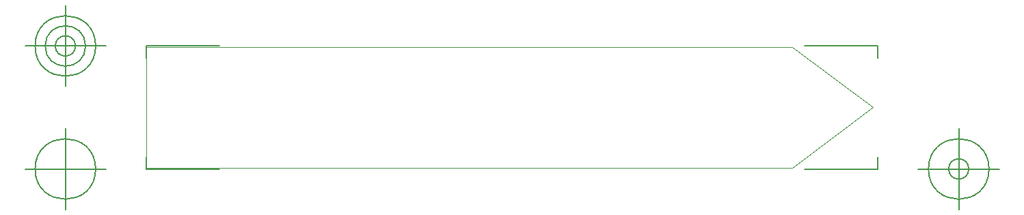
<source format=gbr>
G04 Generated by Ultiboard 13.0 *
%FSLAX34Y34*%
%MOMM*%

%ADD10C,0.0001*%
%ADD11C,0.0010*%
%ADD12C,0.1500*%


G04 ColorRGB 00FFFF for the following layer *
%LNBoard Outline*%
%LPD*%
G54D10*
G54D11*
X600000Y-550000D02*
X250000Y-550000D01*
X-100000Y-550000D01*
X-150000Y-550000D01*
X-200000Y-550000D01*
X-100000Y-400000D02*
X600000Y-400000D01*
X-200000Y-400000D02*
X-100000Y-400000D01*
X-200000Y-550000D02*
X-200000Y-400000D01*
X600000Y-400000D02*
X700000Y-475000D01*
X600000Y-550000D01*
X600000Y-550000D02*
X250000Y-550000D01*
X-100000Y-550000D01*
X-150000Y-550000D01*
X-200000Y-550000D01*
X-100000Y-400000D02*
X600000Y-400000D01*
X-200000Y-400000D02*
X-100000Y-400000D01*
X-200000Y-550000D02*
X-200000Y-400000D01*
X600000Y-400000D02*
X700000Y-475000D01*
X600000Y-550000D01*
G54D12*
X-200000Y-551290D02*
X-200000Y-536032D01*
X-200000Y-551290D02*
X-109350Y-551290D01*
X706505Y-551290D02*
X615855Y-551290D01*
X706505Y-551290D02*
X706505Y-536032D01*
X706505Y-398710D02*
X706505Y-413968D01*
X706505Y-398710D02*
X615855Y-398710D01*
X-200000Y-398710D02*
X-109350Y-398710D01*
X-200000Y-398710D02*
X-200000Y-413968D01*
X-250000Y-551290D02*
X-350000Y-551290D01*
X-300000Y-601290D02*
X-300000Y-501290D01*
X-337500Y-551290D02*
G75*
D01*
G02X-337500Y-551290I37500J0*
G01*
X756505Y-551290D02*
X856505Y-551290D01*
X806505Y-601290D02*
X806505Y-501290D01*
X769005Y-551290D02*
G75*
D01*
G02X769005Y-551290I37500J0*
G01*
X794005Y-551290D02*
G75*
D01*
G02X794005Y-551290I12500J0*
G01*
X-250000Y-398710D02*
X-350000Y-398710D01*
X-300000Y-448710D02*
X-300000Y-348710D01*
X-337500Y-398710D02*
G75*
D01*
G02X-337500Y-398710I37500J0*
G01*
X-325000Y-398710D02*
G75*
D01*
G02X-325000Y-398710I25000J0*
G01*
X-312500Y-398710D02*
G75*
D01*
G02X-312500Y-398710I12500J0*
G01*
X-200000Y-551290D02*
X-200000Y-536032D01*
X-200000Y-551290D02*
X-109350Y-551290D01*
X706505Y-551290D02*
X615855Y-551290D01*
X706505Y-551290D02*
X706505Y-536032D01*
X706505Y-398710D02*
X706505Y-413968D01*
X706505Y-398710D02*
X615855Y-398710D01*
X-200000Y-398710D02*
X-109350Y-398710D01*
X-200000Y-398710D02*
X-200000Y-413968D01*
X-250000Y-551290D02*
X-350000Y-551290D01*
X-300000Y-601290D02*
X-300000Y-501290D01*
X-337500Y-551290D02*
G75*
D01*
G02X-337500Y-551290I37500J0*
G01*
X756505Y-551290D02*
X856505Y-551290D01*
X806505Y-601290D02*
X806505Y-501290D01*
X769005Y-551290D02*
G75*
D01*
G02X769005Y-551290I37500J0*
G01*
X794005Y-551290D02*
G75*
D01*
G02X794005Y-551290I12500J0*
G01*
X-250000Y-398710D02*
X-350000Y-398710D01*
X-300000Y-448710D02*
X-300000Y-348710D01*
X-337500Y-398710D02*
G75*
D01*
G02X-337500Y-398710I37500J0*
G01*
X-325000Y-398710D02*
G75*
D01*
G02X-325000Y-398710I25000J0*
G01*
X-312500Y-398710D02*
G75*
D01*
G02X-312500Y-398710I12500J0*
G01*

M02*

</source>
